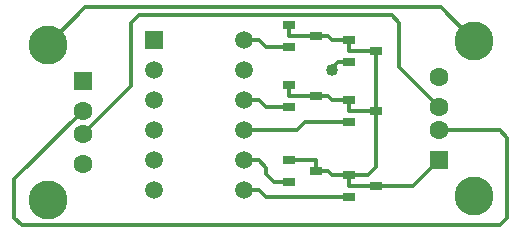
<source format=gbr>
G04 DipTrace 3.1.0.1*
G04 Top.gbr*
%MOIN*%
G04 #@! TF.FileFunction,Copper,L1,Top*
G04 #@! TF.Part,Single*
G04 #@! TA.AperFunction,Conductor*
%ADD13C,0.012992*%
G04 #@! TA.AperFunction,ComponentPad*
%ADD14R,0.062992X0.062992*%
%ADD15C,0.062992*%
%ADD16C,0.129921*%
%ADD18R,0.041339X0.025591*%
G04 #@! TA.AperFunction,ComponentPad*
%ADD19R,0.059055X0.059055*%
%ADD20C,0.059055*%
G04 #@! TA.AperFunction,ViaPad*
%ADD21C,0.04*%
%FSLAX26Y26*%
G04*
G70*
G90*
G75*
G01*
G04 Top*
%LPD*%
X1288373Y1137782D2*
D13*
X1337387D1*
X1362190Y1112979D1*
X1438373D1*
Y737782D2*
X1528924D1*
Y700381D1*
X1438373Y987782D2*
Y950381D1*
X1528924D1*
X1438373Y1187782D2*
Y1150381D1*
X1528924D1*
X1728924Y650381D2*
X1850971D1*
X1938373Y737782D1*
X1638373Y687782D2*
Y650381D1*
X1728924D1*
X1528924Y700381D2*
X1569081D1*
X1581680Y687782D1*
X1638373D1*
X1728924Y900381D2*
Y713768D1*
X1702938Y687782D1*
X1638373D1*
Y937782D2*
Y900381D1*
X1728924D1*
X1528924Y950381D2*
X1569081D1*
X1581680Y937782D1*
X1638373D1*
X1728924Y1100381D2*
Y900381D1*
X1638373Y1137782D2*
Y1100381D1*
X1728924D1*
X1528924Y1150381D2*
X1569081D1*
X1581680Y1137782D1*
X1638373D1*
X1582585Y1037782D2*
Y1042978D1*
X1602587Y1062979D1*
X1638373D1*
X1288373Y937782D2*
X1337387D1*
X1362190Y912979D1*
X1438373D1*
X1288373Y837782D2*
X1465933D1*
X1491130Y862979D1*
X1638373D1*
X1288373Y737782D2*
X1337388D1*
X1363373Y711798D1*
Y688963D1*
X1389357Y662979D1*
X1438373D1*
X1288373Y637782D2*
X1337387D1*
X1362190Y612979D1*
X1638373D1*
X633845Y1120656D2*
X759239Y1246050D1*
X1944672D1*
X2056483Y1134239D1*
X1938373Y914948D2*
X1807007Y1046314D1*
Y1194081D1*
X1781022Y1220066D1*
X939357D1*
X913373Y1194081D1*
Y984042D1*
X751955Y822625D1*
X1938373Y836207D2*
X2140932D1*
X2166916Y810223D1*
Y544869D1*
X2140932Y518885D1*
X549396D1*
X523412Y544869D1*
Y672822D1*
X751955Y901365D1*
D21*
X1582585Y1037782D3*
D14*
X751955Y999790D3*
D15*
Y901365D3*
Y822625D3*
Y724199D3*
D16*
X633845Y1120656D3*
Y603333D3*
D14*
X1938373Y737782D3*
D15*
Y836207D3*
Y914948D3*
Y1013373D3*
D16*
X2056483Y616916D3*
Y1134239D3*
D18*
X1438373Y1187782D3*
Y1112979D3*
X1528924Y1150381D3*
X1638373Y1137782D3*
Y1062979D3*
X1728924Y1100381D3*
X1438373Y987782D3*
Y912979D3*
X1528924Y950381D3*
X1638373Y937782D3*
Y862979D3*
X1728924Y900381D3*
X1438373Y737782D3*
Y662979D3*
X1528924Y700381D3*
X1638373Y687782D3*
Y612979D3*
X1728924Y650381D3*
D19*
X988373Y1137782D3*
D20*
Y1037782D3*
Y937782D3*
Y837782D3*
Y737782D3*
Y637782D3*
X1288373D3*
Y737782D3*
Y837782D3*
Y937782D3*
Y1037782D3*
Y1137782D3*
M02*

</source>
